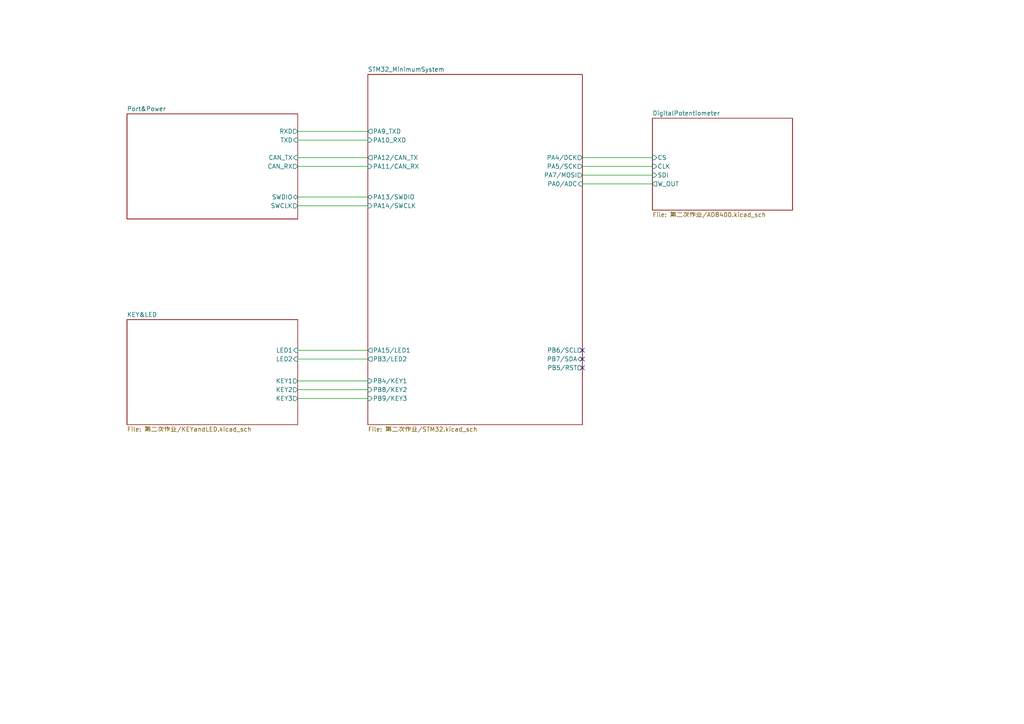
<source format=kicad_sch>
(kicad_sch (version 20211123) (generator eeschema)
  (paper "A4")
  (lib_symbols)
  (no_connect (at 168.91 101.6))
  (no_connect (at 168.91 104.14))
  (no_connect (at 168.91 106.68))
  (wire (pts (xy 86.36 40.64) (xy 106.68 40.64)))
  (wire (pts (xy 86.36 101.6) (xy 106.68 101.6)))
  (wire (pts (xy 86.36 59.69) (xy 106.68 59.69)))
  (wire (pts (xy 86.36 57.15) (xy 106.68 57.15)))
  (wire (pts (xy 168.91 45.72) (xy 189.23 45.72)))
  (wire (pts (xy 86.36 45.72) (xy 106.68 45.72)))
  (wire (pts (xy 86.36 110.49) (xy 106.68 110.49)))
  (wire (pts (xy 86.36 38.1) (xy 106.68 38.1)))
  (wire (pts (xy 168.91 50.8) (xy 189.23 50.8)))
  (wire (pts (xy 168.91 48.26) (xy 189.23 48.26)))
  (wire (pts (xy 86.36 113.03) (xy 106.68 113.03)))
  (wire (pts (xy 86.36 104.14) (xy 106.68 104.14)))
  (wire (pts (xy 86.36 115.57) (xy 106.68 115.57)))
  (wire (pts (xy 168.91 53.34) (xy 189.23 53.34)))
  (wire (pts (xy 86.36 48.26) (xy 106.68 48.26)))
  (sheet (at 36.83 92.71) (size 49.53 30.48) (stroke (width 0.1524))
    (property "Sheet name" "KEY&LED" (at 36.83 91.9984 0) (effects (justify left bottom)))
    (property "Sheet file" "第二次作业/KEYandLED.kicad_sch" (at 36.83 123.7746 0) (effects (justify left top)))
    (pin "KEY2" output (at 86.36 113.03 0))
    (pin "KEY1" output (at 86.36 110.49 0))
    (pin "KEY3" output (at 86.36 115.57 0))
    (pin "LED1" input (at 86.36 101.6 0))
    (pin "LED2" input (at 86.36 104.14 0))
  )
  (sheet (at 36.83 33.02) (size 49.53 30.48) (stroke (width 0.1524))
    (property "Sheet name" "Port&Power" (at 36.83 32.3084 0) (effects (justify left bottom)))
    (property "Sheet file" "第二次作业/PORT.kicad_sch" (effects hide))
    (pin "CAN_RX" output (at 86.36 48.26 0))
    (pin "CAN_TX" input (at 86.36 45.72 0))
    (pin "SWCLK" output (at 86.36 59.69 0))
    (pin "SWDIO" bidirectional (at 86.36 57.15 0))
    (pin "RXD" output (at 86.36 38.1 0))
    (pin "TXD" input (at 86.36 40.64 0))
  )
  (sheet (at 189.23 34.29) (size 40.64 26.67) (stroke (width 0.1524))
    (property "Sheet name" "DigitalPotentiometer" (at 189.23 33.5784 0) (effects (justify left bottom)))
    (property "Sheet file" "第二次作业/AD8400.kicad_sch" (at 189.23 61.5446 0) (effects (justify left top)))
    (pin "CLK" input (at 189.23 48.26 180))
    (pin "W_OUT" output (at 189.23 53.34 180))
    (pin "CS" input (at 189.23 45.72 180))
    (pin "SDI" input (at 189.23 50.8 180))
  )
  (sheet (at 106.68 21.59) (size 62.23 101.6) (stroke (width 0.1524))
    (property "Sheet name" "STM32_MinimumSystem" (at 106.68 20.8784 0) (effects (justify left bottom)))
    (property "Sheet file" "第二次作业/STM32.kicad_sch" (at 106.68 123.7746 0) (effects (justify left top)))
    (pin "PA5{slash}SCK" output (at 168.91 48.26 0))
    (pin "PA11{slash}CAN_RX" input (at 106.68 48.26 180))
    (pin "PA9_TXD" output (at 106.68 38.1 180))
    (pin "PA4{slash}DCK" output (at 168.91 45.72 0))
    (pin "PA10_RXD" input (at 106.68 40.64 180))
    (pin "PA12{slash}CAN_TX" output (at 106.68 45.72 180))
    (pin "PB4{slash}KEY1" input (at 106.68 110.49 180))
    (pin "PB9{slash}KEY3" input (at 106.68 115.57 180))
    (pin "PB8{slash}KEY2" input (at 106.68 113.03 180))
    (pin "PB5{slash}RST" output (at 168.91 106.68 0))
    (pin "PA13{slash}SWDIO" bidirectional (at 106.68 57.15 180))
    (pin "PA14{slash}SWCLK" input (at 106.68 59.69 180))
    (pin "PA15{slash}LED1" output (at 106.68 101.6 180))
    (pin "PB3{slash}LED2" output (at 106.68 104.14 180))
    (pin "PB6{slash}SCL" output (at 168.91 101.6 0))
    (pin "PB7{slash}SDA" bidirectional (at 168.91 104.14 0))
    (pin "PA0{slash}ADC" input (at 168.91 53.34 0))
    (pin "PA7{slash}MOSI" output (at 168.91 50.8 0))
  )
)
</source>
